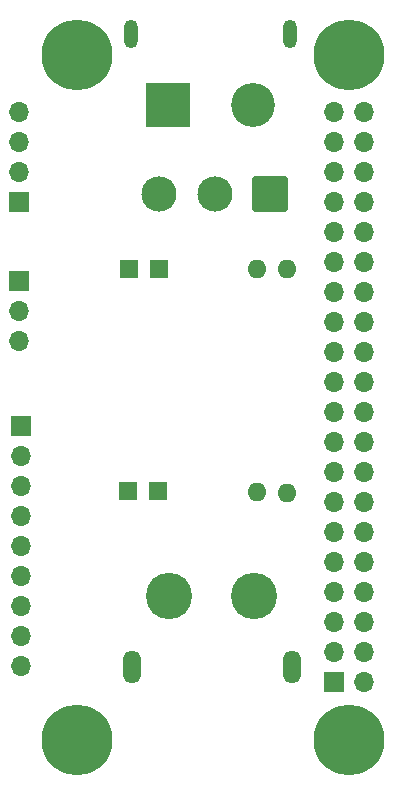
<source format=gbr>
%TF.GenerationSoftware,KiCad,Pcbnew,(6.0.5-0)*%
%TF.CreationDate,2024-03-03T23:29:24-05:00*%
%TF.ProjectId,CubeSat PCB V0.2,43756265-5361-4742-9050-43422056302e,rev?*%
%TF.SameCoordinates,Original*%
%TF.FileFunction,Soldermask,Bot*%
%TF.FilePolarity,Negative*%
%FSLAX46Y46*%
G04 Gerber Fmt 4.6, Leading zero omitted, Abs format (unit mm)*
G04 Created by KiCad (PCBNEW (6.0.5-0)) date 2024-03-03 23:29:24*
%MOMM*%
%LPD*%
G01*
G04 APERTURE LIST*
G04 Aperture macros list*
%AMRoundRect*
0 Rectangle with rounded corners*
0 $1 Rounding radius*
0 $2 $3 $4 $5 $6 $7 $8 $9 X,Y pos of 4 corners*
0 Add a 4 corners polygon primitive as box body*
4,1,4,$2,$3,$4,$5,$6,$7,$8,$9,$2,$3,0*
0 Add four circle primitives for the rounded corners*
1,1,$1+$1,$2,$3*
1,1,$1+$1,$4,$5*
1,1,$1+$1,$6,$7*
1,1,$1+$1,$8,$9*
0 Add four rect primitives between the rounded corners*
20,1,$1+$1,$2,$3,$4,$5,0*
20,1,$1+$1,$4,$5,$6,$7,0*
20,1,$1+$1,$6,$7,$8,$9,0*
20,1,$1+$1,$8,$9,$2,$3,0*%
G04 Aperture macros list end*
%ADD10RoundRect,0.102000X1.387500X1.387500X-1.387500X1.387500X-1.387500X-1.387500X1.387500X-1.387500X0*%
%ADD11C,2.979000*%
%ADD12R,3.716000X3.716000*%
%ADD13C,3.716000*%
%ADD14O,1.200000X2.400000*%
%ADD15R,1.600000X1.600000*%
%ADD16O,1.600000X1.600000*%
%ADD17C,3.920000*%
%ADD18O,1.504000X2.804000*%
%ADD19R,1.700000X1.700000*%
%ADD20O,1.700000X1.700000*%
%ADD21C,6.000000*%
G04 APERTURE END LIST*
D10*
%TO.C,SW1*%
X109150000Y-77700000D03*
D11*
X104450000Y-77700000D03*
X99750000Y-77700000D03*
%TD*%
D12*
%TO.C,J4*%
X100500000Y-70150000D03*
D13*
X107700000Y-70150000D03*
D14*
X97350000Y-64150000D03*
X110850000Y-64150000D03*
%TD*%
D15*
%TO.C,U1*%
X97209500Y-84098000D03*
X99749500Y-84098000D03*
D16*
X108004500Y-84072600D03*
X110544500Y-84098000D03*
D15*
X97082500Y-102894000D03*
X99622500Y-102894000D03*
D16*
X110544500Y-103021000D03*
X108004500Y-102995600D03*
%TD*%
D17*
%TO.C,J6*%
X100600000Y-111750000D03*
X107800000Y-111750000D03*
D18*
X97450000Y-117750000D03*
X110950000Y-117750000D03*
%TD*%
D19*
%TO.C,J5*%
X87900000Y-85100000D03*
D20*
X87900000Y-87640000D03*
X87900000Y-90180000D03*
%TD*%
D21*
%TO.C,J1*%
X92775000Y-65925000D03*
X115775000Y-65925000D03*
X92775000Y-123925000D03*
X115775000Y-123925000D03*
D19*
X114505000Y-119055000D03*
D20*
X117045000Y-119055000D03*
X114505000Y-116515000D03*
X117045000Y-116515000D03*
X114505000Y-113975000D03*
X117045000Y-113975000D03*
X114505000Y-111435000D03*
X117045000Y-111435000D03*
X114505000Y-108895000D03*
X117045000Y-108895000D03*
X114505000Y-106355000D03*
X117045000Y-106355000D03*
X114505000Y-103815000D03*
X117045000Y-103815000D03*
X114505000Y-101275000D03*
X117045000Y-101275000D03*
X114505000Y-98735000D03*
X117045000Y-98735000D03*
X114505000Y-96195000D03*
X117045000Y-96195000D03*
X114505000Y-93655000D03*
X117045000Y-93655000D03*
X114505000Y-91115000D03*
X117045000Y-91115000D03*
X114505000Y-88575000D03*
X117045000Y-88575000D03*
X114505000Y-86035000D03*
X117045000Y-86035000D03*
X114505000Y-83495000D03*
X117045000Y-83495000D03*
X114505000Y-80955000D03*
X117045000Y-80955000D03*
X114505000Y-78415000D03*
X117045000Y-78415000D03*
X114505000Y-75875000D03*
X117045000Y-75875000D03*
X114505000Y-73335000D03*
X117045000Y-73335000D03*
X114505000Y-70795000D03*
X117045000Y-70795000D03*
%TD*%
D19*
%TO.C,J2*%
X87900000Y-78400000D03*
D20*
X87900000Y-75860000D03*
X87900000Y-73320000D03*
X87900000Y-70780000D03*
%TD*%
D19*
%TO.C,J3*%
X88050000Y-97330000D03*
D20*
X88050000Y-99870000D03*
X88050000Y-102410000D03*
X88050000Y-104950000D03*
X88050000Y-107490000D03*
X88050000Y-110030000D03*
X88050000Y-112570000D03*
X88050000Y-115110000D03*
X88050000Y-117650000D03*
%TD*%
M02*

</source>
